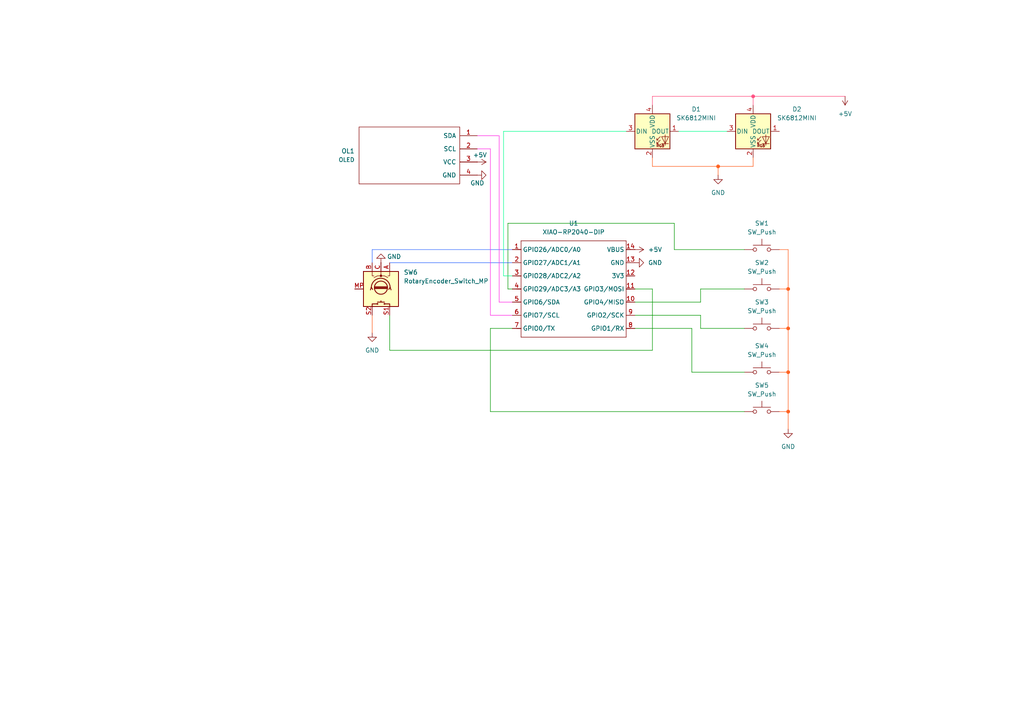
<source format=kicad_sch>
(kicad_sch (version 20250114) (generator "eeschema") (generator_version "9.0")
  (paper "A4")
  (lib_symbols
    (symbol "Device:RotaryEncoder_Switch_MP" (pin_names (offset 0.254) (hide yes))
      (property "Reference" "SW" (at 0 8.89 0))
      (property "Value" "RotaryEncoder_Switch_MP" (at 0 6.35 0))
      (symbol "RotaryEncoder_Switch_MP_0_1"
        (rectangle (start -5.08 5.08) (end 5.08 -5.08) (stroke (width 0.254)) (fill (type background)))
        (polyline (pts (xy -5.08 2.54) (xy -3.81 2.54) (xy -3.81 2.032)))
        (polyline (pts (xy -5.08 0) (xy -3.81 0) (xy -3.81 -1.016) (xy -3.302 -2.032)))
        (polyline (pts (xy -5.08 -2.54) (xy -3.81 -2.54) (xy -3.81 -2.032)))
        (polyline (pts (xy -4.318 0) (xy -3.81 0) (xy -3.81 1.016) (xy -3.302 2.032)))
        (circle (center -3.81 0) (radius 0.254) (fill (type outline)))
        (polyline (pts (xy -0.635 -1.778) (xy -0.635 1.778)) (stroke (width 0.254)))
        (circle (center -0.381 0) (radius 1.905) (stroke (width 0.254)))
        (polyline (pts (xy -0.381 -1.778) (xy -0.381 1.778)) (stroke (width 0.254)))
        (arc (start -0.381 -2.794) (mid -3.0988 -0.0635) (end -0.381 2.667) (stroke (width 0.254)))
        (polyline (pts (xy -0.127 1.778) (xy -0.127 -1.778)) (stroke (width 0.254)))
        (polyline (pts (xy 0.254 2.921) (xy -0.508 2.667) (xy 0.127 2.286)) (stroke (width 0.254)))
        (polyline (pts (xy 0.254 -3.048) (xy -0.508 -2.794) (xy 0.127 -2.413)) (stroke (width 0.254)))
        (polyline (pts (xy 3.81 1.016) (xy 3.81 -1.016)) (stroke (width 0.254)))
        (polyline (pts (xy 3.81 0) (xy 3.429 0)) (stroke (width 0.254)))
        (circle (center 4.318 1.016) (radius 0.127) (stroke (width 0.254)))
        (circle (center 4.318 -1.016) (radius 0.127) (stroke (width 0.254)))
        (polyline (pts (xy 5.08 2.54) (xy 4.318 2.54) (xy 4.318 1.016)) (stroke (width 0.254)))
        (polyline (pts (xy 5.08 -2.54) (xy 4.318 -2.54) (xy 4.318 -1.016)) (stroke (width 0.254)))
      )
      (symbol "RotaryEncoder_Switch_MP_1_1"
        (pin passive line (at -7.62 2.54 0) (length 2.54) (name "A") (number "A"))
        (pin passive line (at -7.62 0 0) (length 2.54) (name "C") (number "C"))
        (pin passive line (at -7.62 -2.54 0) (length 2.54) (name "B") (number "B"))
        (pin passive line (at 0 -7.62 90) (length 2.54) (name "MP") (number "MP"))
        (pin passive line (at 7.62 2.54 180) (length 2.54) (name "S1") (number "S1"))
        (pin passive line (at 7.62 -2.54 180) (length 2.54) (name "S2") (number "S2"))
      )
    )
    (symbol "KBD:OLED" (pin_names (offset 1.016))
      (property "Reference" "OL" (at 0 2.54 0))
      (property "Value" "OLED" (at 0 -1.27 0))
      (symbol "OLED_0_1"
        (rectangle (start -13.97 8.89) (end 15.24 -7.62))
      )
      (symbol "OLED_1_1"
        (pin bidirectional line (at -19.05 6.35 0) (length 5.08) (name "SDA") (number "1"))
        (pin bidirectional line (at -19.05 2.54 0) (length 5.08) (name "SCL") (number "2"))
        (pin power_in line (at -19.05 -1.27 0) (length 5.08) (name "VCC") (number "3"))
        (pin power_in line (at -19.05 -5.08 0) (length 5.08) (name "GND") (number "4"))
      )
    )
    (symbol "LED:SK6812MINI" (pin_names (offset 0.254))
      (property "Reference" "D" (at 5.08 5.715 0))
      (property "Value" "SK6812MINI" (at 1.27 -5.715 0))
      (symbol "SK6812MINI_0_0"
        (text "RGB" (at 2.286 -4.191 0) (effects (font (size 0.762 0.762))))
      )
      (symbol "SK6812MINI_0_1"
        (polyline (pts (xy 1.27 -2.54) (xy 1.778 -2.54)))
        (polyline (pts (xy 1.27 -3.556) (xy 1.778 -3.556)))
        (polyline (pts (xy 2.286 -1.524) (xy 1.27 -2.54) (xy 1.27 -2.032)))
        (polyline (pts (xy 2.286 -2.54) (xy 1.27 -3.556) (xy 1.27 -3.048)))
        (polyline (pts (xy 3.683 -1.016) (xy 3.683 -3.556) (xy 3.683 -4.064)))
        (polyline (pts (xy 4.699 -1.524) (xy 2.667 -1.524) (xy 3.683 -3.556) (xy 4.699 -1.524)))
        (polyline (pts (xy 4.699 -3.556) (xy 2.667 -3.556)))
        (rectangle (start 5.08 5.08) (end -5.08 -5.08) (stroke (width 0.254)) (fill (type background)))
      )
      (symbol "SK6812MINI_1_1"
        (pin input line (at -7.62 0 0) (length 2.54) (name "DIN") (number "3"))
        (pin power_in line (at 0 7.62 270) (length 2.54) (name "VDD") (number "4"))
        (pin power_in line (at 0 -7.62 90) (length 2.54) (name "VSS") (number "2"))
        (pin output line (at 7.62 0 180) (length 2.54) (name "DOUT") (number "1"))
      )
    )
    (symbol "Seeed XIAO:XIAO-RP2040-DIP"
      (property "Reference" "U" (at 0 0 0))
      (property "Value" "XIAO-RP2040-DIP" (at 5.334 -1.778 0))
      (symbol "XIAO-RP2040-DIP_1_0"
        (polyline (pts (xy -1.27 -2.54) (xy 29.21 -2.54)) (stroke (width 0.1524)))
        (polyline (pts (xy -1.27 -5.08) (xy -2.54 -5.08)) (stroke (width 0.1524)))
        (polyline (pts (xy -1.27 -5.08) (xy -1.27 -2.54)) (stroke (width 0.1524)))
        (polyline (pts (xy -1.27 -8.89) (xy -2.54 -8.89)) (stroke (width 0.1524)))
        (polyline (pts (xy -1.27 -8.89) (xy -1.27 -5.08)) (stroke (width 0.1524)))
        (polyline (pts (xy -1.27 -12.7) (xy -2.54 -12.7)) (stroke (width 0.1524)))
        (polyline (pts (xy -1.27 -12.7) (xy -1.27 -8.89)) (stroke (width 0.1524)))
        (polyline (pts (xy -1.27 -16.51) (xy -2.54 -16.51)) (stroke (width 0.1524)))
        (polyline (pts (xy -1.27 -16.51) (xy -1.27 -12.7)) (stroke (width 0.1524)))
        (polyline (pts (xy -1.27 -20.32) (xy -2.54 -20.32)) (stroke (width 0.1524)))
        (polyline (pts (xy -1.27 -24.13) (xy -2.54 -24.13)) (stroke (width 0.1524)))
        (polyline (pts (xy -1.27 -27.94) (xy -2.54 -27.94)) (stroke (width 0.1524)))
        (polyline (pts (xy -1.27 -30.48) (xy -1.27 -16.51)) (stroke (width 0.1524)))
        (polyline (pts (xy 29.21 -2.54) (xy 29.21 -5.08)) (stroke (width 0.1524)))
        (polyline (pts (xy 29.21 -5.08) (xy 29.21 -8.89)) (stroke (width 0.1524)))
        (polyline (pts (xy 29.21 -8.89) (xy 29.21 -12.7)) (stroke (width 0.1524)))
        (polyline (pts (xy 29.21 -12.7) (xy 29.21 -30.48)) (stroke (width 0.1524)))
        (polyline (pts (xy 29.21 -30.48) (xy -1.27 -30.48)) (stroke (width 0.1524)))
        (polyline (pts (xy 30.48 -5.08) (xy 29.21 -5.08)) (stroke (width 0.1524)))
        (polyline (pts (xy 30.48 -8.89) (xy 29.21 -8.89)) (stroke (width 0.1524)))
        (polyline (pts (xy 30.48 -12.7) (xy 29.21 -12.7)) (stroke (width 0.1524)))
        (polyline (pts (xy 30.48 -16.51) (xy 29.21 -16.51)) (stroke (width 0.1524)))
        (polyline (pts (xy 30.48 -20.32) (xy 29.21 -20.32)) (stroke (width 0.1524)))
        (polyline (pts (xy 30.48 -24.13) (xy 29.21 -24.13)) (stroke (width 0.1524)))
        (polyline (pts (xy 30.48 -27.94) (xy 29.21 -27.94)) (stroke (width 0.1524)))
        (pin passive line (at -3.81 -5.08 0) (length 2.54) (name "GPIO26/ADC0/A0") (number "1"))
        (pin passive line (at -3.81 -8.89 0) (length 2.54) (name "GPIO27/ADC1/A1") (number "2"))
        (pin passive line (at -3.81 -12.7 0) (length 2.54) (name "GPIO28/ADC2/A2") (number "3"))
        (pin passive line (at -3.81 -16.51 0) (length 2.54) (name "GPIO29/ADC3/A3") (number "4"))
        (pin passive line (at -3.81 -20.32 0) (length 2.54) (name "GPIO6/SDA") (number "5"))
        (pin passive line (at -3.81 -24.13 0) (length 2.54) (name "GPIO7/SCL") (number "6"))
        (pin passive line (at -3.81 -27.94 0) (length 2.54) (name "GPIO0/TX") (number "7"))
        (pin passive line (at 31.75 -5.08 180) (length 2.54) (name "VBUS") (number "14"))
        (pin passive line (at 31.75 -8.89 180) (length 2.54) (name "GND") (number "13"))
        (pin passive line (at 31.75 -12.7 180) (length 2.54) (name "3V3") (number "12"))
        (pin passive line (at 31.75 -16.51 180) (length 2.54) (name "GPIO3/MOSI") (number "11"))
        (pin passive line (at 31.75 -20.32 180) (length 2.54) (name "GPIO4/MISO") (number "10"))
        (pin passive line (at 31.75 -24.13 180) (length 2.54) (name "GPIO2/SCK") (number "9"))
        (pin passive line (at 31.75 -27.94 180) (length 2.54) (name "GPIO1/RX") (number "8"))
      )
    )
    (symbol "Switch:SW_Push" (pin_numbers (hide yes)) (pin_names (offset 1.016) (hide yes))
      (property "Reference" "SW" (at 1.27 2.54 0))
      (property "Value" "SW_Push" (at 0 -1.524 0))
      (symbol "SW_Push_0_1"
        (circle (center -2.032 0) (radius 0.508))
        (polyline (pts (xy 0 1.27) (xy 0 3.048)))
        (circle (center 2.032 0) (radius 0.508))
        (polyline (pts (xy 2.54 1.27) (xy -2.54 1.27)))
        (pin passive line (at -5.08 0 0) (length 2.54) (name "1") (number "1"))
        (pin passive line (at 5.08 0 180) (length 2.54) (name "2") (number "2"))
      )
    )
    (symbol "power:+5V" (power) (pin_numbers (hide yes)) (pin_names (offset 0) (hide yes))
      (property "Value" "+5V" (at 0 3.556 0))
      (symbol "+5V_0_1"
        (polyline (pts (xy -0.762 1.27) (xy 0 2.54)))
        (polyline (pts (xy 0 2.54) (xy 0.762 1.27)))
        (polyline (pts (xy 0 0) (xy 0 2.54)))
      )
      (symbol "+5V_1_1"
        (pin power_in line (at 0 0 90) (length 0) (name "~") (number "1"))
      )
    )
    (symbol "power:GND" (power) (pin_numbers (hide yes)) (pin_names (offset 0) (hide yes))
      (property "Value" "GND" (at 0 -3.81 0))
      (symbol "GND_0_1"
        (polyline (pts (xy 0 0) (xy 0 -1.27) (xy 1.27 -1.27) (xy 0 -2.54) (xy -1.27 -1.27) (xy 0 -1.27)))
      )
      (symbol "GND_1_1"
        (pin power_in line (at 0 0 270) (length 0) (name "~") (number "1"))
      )
    )
  )
  (junction (at 228.6 83.82) (color 255 91 25 1))
  (junction (at 228.6 107.95) (color 255 91 25 1))
  (junction (at 228.6 95.25) (color 255 91 25 1))
  (junction (at 228.6 119.38) (color 255 91 25 1))
  (junction (at 208.28 48.26) (color 255 91 25 1))
  (junction (at 218.44 27.94) (color 255 73 123 1))
  (wire (pts (xy 218.44 27.94) (xy 218.44 30.48)) (stroke (width 0) (color 255 73 123 1)))
  (wire (pts (xy 228.6 83.82) (xy 228.6 95.25)) (stroke (width 0) (color 255 91 25 1)))
  (wire (pts (xy 218.44 45.72) (xy 218.44 48.26)) (stroke (width 0) (color 255 91 25 1)))
  (wire (pts (xy 218.44 27.94) (xy 245.11 27.94)) (stroke (width 0) (color 255 73 123 1)))
  (wire (pts (xy 146.05 38.1) (xy 181.61 38.1)) (stroke (width 0) (color 0 255 140 1)))
  (wire (pts (xy 107.95 72.39) (xy 107.95 76.2)) (stroke (width 0) (color 46 103 255 1)))
  (wire (pts (xy 189.23 30.48) (xy 189.23 27.94)) (stroke (width 0) (color 255 73 123 1)))
  (wire (pts (xy 184.15 91.44) (xy 203.2 91.44)))
  (wire (pts (xy 184.15 95.25) (xy 200.66 95.25)))
  (wire (pts (xy 113.03 91.44) (xy 113.03 101.6)))
  (wire (pts (xy 226.06 83.82) (xy 228.6 83.82)) (stroke (width 0) (color 255 91 25 1)))
  (wire (pts (xy 228.6 107.95) (xy 228.6 119.38)) (stroke (width 0) (color 255 91 25 1)))
  (wire (pts (xy 189.23 45.72) (xy 189.23 48.26)) (stroke (width 0) (color 255 91 25 1)))
  (wire (pts (xy 228.6 119.38) (xy 228.6 124.46)) (stroke (width 0) (color 255 91 25 1)))
  (wire (pts (xy 203.2 83.82) (xy 215.9 83.82)))
  (wire (pts (xy 203.2 95.25) (xy 215.9 95.25)))
  (wire (pts (xy 189.23 27.94) (xy 218.44 27.94)) (stroke (width 0) (color 255 73 123 1)))
  (wire (pts (xy 113.03 101.6) (xy 189.23 101.6)))
  (wire (pts (xy 189.23 83.82) (xy 184.15 83.82)))
  (wire (pts (xy 208.28 48.26) (xy 218.44 48.26)) (stroke (width 0) (color 255 91 25 1)))
  (wire (pts (xy 142.24 95.25) (xy 142.24 119.38)))
  (wire (pts (xy 215.9 72.39) (xy 195.58 72.39)))
  (wire (pts (xy 228.6 72.39) (xy 228.6 83.82)) (stroke (width 0) (color 255 91 25 1)))
  (wire (pts (xy 189.23 101.6) (xy 189.23 83.82)))
  (wire (pts (xy 148.59 80.01) (xy 146.05 80.01)) (stroke (width 0) (color 0 255 140 1)))
  (wire (pts (xy 196.85 38.1) (xy 210.82 38.1)) (stroke (width 0) (color 0 255 140 1)))
  (wire (pts (xy 148.59 95.25) (xy 142.24 95.25)))
  (wire (pts (xy 226.06 119.38) (xy 228.6 119.38)) (stroke (width 0) (color 255 91 25 1)))
  (wire (pts (xy 208.28 50.8) (xy 208.28 48.26)) (stroke (width 0) (color 255 91 25 1)))
  (wire (pts (xy 142.24 91.44) (xy 142.24 43.18)) (stroke (width 0) (color 255 40 227 1)))
  (wire (pts (xy 228.6 95.25) (xy 228.6 107.95)) (stroke (width 0) (color 255 91 25 1)))
  (wire (pts (xy 147.32 64.77) (xy 147.32 83.82)))
  (wire (pts (xy 146.05 80.01) (xy 146.05 38.1)) (stroke (width 0) (color 0 255 140 1)))
  (wire (pts (xy 226.06 72.39) (xy 228.6 72.39)) (stroke (width 0) (color 255 91 25 1)))
  (wire (pts (xy 144.78 87.63) (xy 144.78 39.37)) (stroke (width 0) (color 255 40 227 1)))
  (wire (pts (xy 203.2 87.63) (xy 203.2 83.82)))
  (wire (pts (xy 226.06 95.25) (xy 228.6 95.25)) (stroke (width 0) (color 255 91 25 1)))
  (wire (pts (xy 107.95 72.39) (xy 148.59 72.39)) (stroke (width 0) (color 46 103 255 1)))
  (wire (pts (xy 195.58 64.77) (xy 147.32 64.77)))
  (wire (pts (xy 189.23 48.26) (xy 208.28 48.26)) (stroke (width 0) (color 255 91 25 1)))
  (wire (pts (xy 148.59 87.63) (xy 144.78 87.63)) (stroke (width 0) (color 255 40 227 1)))
  (wire (pts (xy 200.66 107.95) (xy 215.9 107.95)))
  (wire (pts (xy 148.59 91.44) (xy 142.24 91.44)) (stroke (width 0) (color 255 40 227 1)))
  (wire (pts (xy 107.95 91.44) (xy 107.95 96.52)) (stroke (width 0) (color 255 91 25 1)))
  (wire (pts (xy 184.15 87.63) (xy 203.2 87.63)))
  (wire (pts (xy 203.2 91.44) (xy 203.2 95.25)))
  (wire (pts (xy 195.58 72.39) (xy 195.58 64.77)))
  (wire (pts (xy 226.06 107.95) (xy 228.6 107.95)) (stroke (width 0) (color 255 91 25 1)))
  (wire (pts (xy 113.03 76.2) (xy 148.59 76.2)) (stroke (width 0) (color 46 103 255 1)))
  (wire (pts (xy 142.24 43.18) (xy 138.43 43.18)) (stroke (width 0) (color 255 40 227 1)))
  (wire (pts (xy 200.66 95.25) (xy 200.66 107.95)))
  (wire (pts (xy 147.32 83.82) (xy 148.59 83.82)))
  (wire (pts (xy 144.78 39.37) (xy 138.43 39.37)) (stroke (width 0) (color 255 40 227 1)))
  (wire (pts (xy 142.24 119.38) (xy 215.9 119.38)))
  (symbol (lib_id "power:+5V") (at 138.43 46.99 270) (unit 1)
    (property "Reference" "#PWR07" (effects (hide yes)))
    (property "Value" "+5V" (at 137.16 44.958 90) (effects (justify left)))
    (property "Description" "Power symbol creates a global label with name \"+5V\"" (effects (hide yes)))
  )
  (symbol (lib_id "KBD:OLED") (at 119.38 45.72 0) (mirror y) (unit 1)
    (property "Reference" "OL1" (at 102.87 43.815 0) (effects (font (size 1.2954 1.2954)) (justify left)))
    (property "Value" "OLED" (at 102.87 46.355 0) (effects (font (size 1.1938 1.1938)) (justify left)))
    (property "Footprint" "KBD:OLED" (effects (hide yes)))
  )
  (symbol (lib_id "Device:RotaryEncoder_Switch_MP") (at 110.49 83.82 270) (unit 1)
    (property "Reference" "SW6" (at 117.094 78.994 90) (effects (justify left)))
    (property "Value" "RotaryEncoder_Switch_MP" (at 117.094 81.534 90) (effects (justify left)))
    (property "Footprint" "Rotary_Encoder:RotaryEncoder_Alps_EC11E-Switch_Vertical_H20mm_CircularMountingHoles" (effects (hide yes)))
    (property "Description" "Rotary encoder, dual channel, incremental quadrate outputs, with switch and MP Pin" (effects (hide yes)))
  )
  (symbol (lib_id "power:GND") (at 138.43 50.8 90) (unit 1)
    (property "Reference" "#PWR08" (effects (hide yes)))
    (property "Value" "GND" (at 136.398 53.086 90) (effects (justify right)))
    (property "Description" "Power symbol creates a global label with name \"GND\" , ground" (effects (hide yes)))
  )
  (symbol (lib_id "LED:SK6812MINI") (at 189.23 38.1 0) (unit 1)
    (property "Reference" "D1" (at 201.93 31.6798 0))
    (property "Value" "SK6812MINI" (at 201.93 34.2198 0))
    (property "Footprint" "LED_SMD:LED_SK6812MINI_PLCC4_3.5x3.5mm_P1.75mm" (effects (hide yes)))
    (property "Datasheet" "https://cdn-shop.adafruit.com/product-files/2686/SK6812MINI_REV.01-1-2.pdf" (effects (hide yes)))
    (property "Description" "RGB LED with integrated controller" (effects (hide yes)))
  )
  (symbol (lib_id "power:GND") (at 208.28 50.8 0) (unit 1)
    (property "Reference" "#PWR05" (effects (hide yes)))
    (property "Value" "GND" (at 208.28 55.88 0))
    (property "Description" "Power symbol creates a global label with name \"GND\" , ground" (effects (hide yes)))
  )
  (symbol (lib_id "Switch:SW_Push") (at 220.98 83.82 0) (mirror y) (unit 1)
    (property "Reference" "SW2" (at 220.98 76.2 0))
    (property "Value" "SW_Push" (at 220.98 78.74 0))
    (property "Footprint" "Button_Switch_Keyboard:SW_Cherry_MX_1.00u_PCB" (effects (hide yes)))
    (property "Description" "Push button switch, generic, two pins" (effects (hide yes)))
  )
  (symbol (lib_id "power:GND") (at 107.95 96.52 0) (mirror y) (unit 1)
    (property "Reference" "#PWR09" (effects (hide yes)))
    (property "Value" "GND" (at 107.95 101.6 0))
    (property "Description" "Power symbol creates a global label with name \"GND\" , ground" (effects (hide yes)))
  )
  (symbol (lib_id "Switch:SW_Push") (at 220.98 107.95 0) (mirror y) (unit 1)
    (property "Reference" "SW4" (at 220.98 100.33 0))
    (property "Value" "SW_Push" (at 220.98 102.87 0))
    (property "Footprint" "Button_Switch_Keyboard:SW_Cherry_MX_1.00u_PCB" (effects (hide yes)))
    (property "Description" "Push button switch, generic, two pins" (effects (hide yes)))
  )
  (symbol (lib_id "power:+5V") (at 184.15 72.39 270) (unit 1)
    (property "Reference" "#PWR03" (effects (hide yes)))
    (property "Value" "+5V" (at 187.96 72.3899 90) (effects (justify left)))
    (property "Description" "Power symbol creates a global label with name \"+5V\"" (effects (hide yes)))
  )
  (symbol (lib_id "power:GND") (at 110.49 76.2 0) (mirror x) (unit 1)
    (property "Reference" "#PWR06" (effects (hide yes)))
    (property "Value" "GND" (at 114.3 74.422 0))
    (property "Description" "Power symbol creates a global label with name \"GND\" , ground" (effects (hide yes)))
  )
  (symbol (lib_id "LED:SK6812MINI") (at 218.44 38.1 0) (unit 1)
    (property "Reference" "D2" (at 231.14 31.6798 0))
    (property "Value" "SK6812MINI" (at 231.14 34.2198 0))
    (property "Footprint" "LED_SMD:LED_SK6812MINI_PLCC4_3.5x3.5mm_P1.75mm" (effects (hide yes)))
    (property "Datasheet" "https://cdn-shop.adafruit.com/product-files/2686/SK6812MINI_REV.01-1-2.pdf" (effects (hide yes)))
    (property "Description" "RGB LED with integrated controller" (effects (hide yes)))
  )
  (symbol (lib_id "Switch:SW_Push") (at 220.98 119.38 0) (mirror y) (unit 1)
    (property "Reference" "SW5" (at 220.98 111.76 0))
    (property "Value" "SW_Push" (at 220.98 114.3 0))
    (property "Footprint" "Button_Switch_Keyboard:SW_Cherry_MX_1.00u_PCB" (effects (hide yes)))
    (property "Description" "Push button switch, generic, two pins" (effects (hide yes)))
  )
  (symbol (lib_id "Switch:SW_Push") (at 220.98 95.25 0) (mirror y) (unit 1)
    (property "Reference" "SW3" (at 220.98 87.63 0))
    (property "Value" "SW_Push" (at 220.98 90.17 0))
    (property "Footprint" "Button_Switch_Keyboard:SW_Cherry_MX_1.00u_PCB" (effects (hide yes)))
    (property "Description" "Push button switch, generic, two pins" (effects (hide yes)))
  )
  (symbol (lib_id "power:GND") (at 228.6 124.46 0) (mirror y) (unit 1)
    (property "Reference" "#PWR01" (effects (hide yes)))
    (property "Value" "GND" (at 228.6 129.54 0))
    (property "Description" "Power symbol creates a global label with name \"GND\" , ground" (effects (hide yes)))
  )
  (symbol (lib_id "Seeed XIAO:XIAO-RP2040-DIP") (at 152.4 67.31 0) (unit 1)
    (property "Reference" "U1" (at 166.37 64.77 0))
    (property "Value" "XIAO-RP2040-DIP" (at 166.37 67.31 0))
    (property "Footprint" "Seeed XIAO:XIAO-RP2040-DIP" (effects (hide yes)))
  )
  (symbol (lib_id "power:GND") (at 184.15 76.2 90) (unit 1)
    (property "Reference" "#PWR02" (effects (hide yes)))
    (property "Value" "GND" (at 187.96 76.1999 90) (effects (justify right)))
    (property "Description" "Power symbol creates a global label with name \"GND\" , ground" (effects (hide yes)))
  )
  (symbol (lib_id "Switch:SW_Push") (at 220.98 72.39 0) (mirror y) (unit 1)
    (property "Reference" "SW1" (at 220.98 64.77 0))
    (property "Value" "SW_Push" (at 220.98 67.31 0))
    (property "Footprint" "Button_Switch_Keyboard:SW_Cherry_MX_1.00u_PCB" (effects (hide yes)))
    (property "Description" "Push button switch, generic, two pins" (effects (hide yes)))
  )
  (symbol (lib_id "power:+5V") (at 245.11 27.94 180) (unit 1)
    (property "Reference" "#PWR04" (effects (hide yes)))
    (property "Value" "+5V" (at 245.11 33.02 0))
    (property "Description" "Power symbol creates a global label with name \"+5V\"" (effects (hide yes)))
  )
)
</source>
